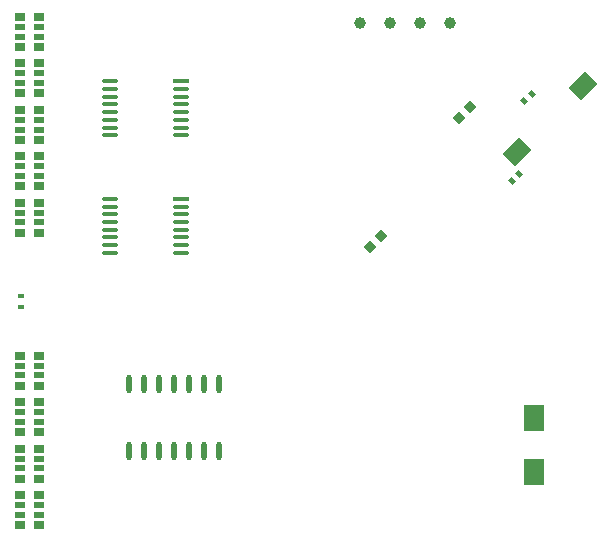
<source format=gbp>
G04*
G04 #@! TF.GenerationSoftware,Altium Limited,Altium Designer,18.1.9 (240)*
G04*
G04 Layer_Color=128*
%FSLAX25Y25*%
%MOIN*%
G70*
G01*
G75*
%ADD21R,0.01968X0.01575*%
%ADD26O,0.01772X0.06299*%
%ADD28O,0.05512X0.01181*%
%ADD29R,0.05512X0.01181*%
G04:AMPARAMS|DCode=32|XSize=15.75mil|YSize=19.68mil|CornerRadius=0mil|HoleSize=0mil|Usage=FLASHONLY|Rotation=225.000|XOffset=0mil|YOffset=0mil|HoleType=Round|Shape=Rectangle|*
%AMROTATEDRECTD32*
4,1,4,-0.00139,0.01253,0.01253,-0.00139,0.00139,-0.01253,-0.01253,0.00139,-0.00139,0.01253,0.0*
%
%ADD32ROTATEDRECTD32*%

%ADD80C,0.03937*%
G04:AMPARAMS|DCode=81|XSize=78.74mil|YSize=59.06mil|CornerRadius=0mil|HoleSize=0mil|Usage=FLASHONLY|Rotation=45.000|XOffset=0mil|YOffset=0mil|HoleType=Round|Shape=Rectangle|*
%AMROTATEDRECTD81*
4,1,4,-0.00696,-0.04872,-0.04872,-0.00696,0.00696,0.04872,0.04872,0.00696,-0.00696,-0.04872,0.0*
%
%ADD81ROTATEDRECTD81*%

%ADD82R,0.06890X0.08661*%
%ADD83P,0.04243X4X90.0*%
%ADD84R,0.03543X0.02559*%
%ADD85R,0.03543X0.01968*%
D21*
X-13000Y77271D02*
D03*
X-13000Y73728D02*
D03*
D26*
X48000Y25800D02*
D03*
X43000D02*
D03*
X38000D02*
D03*
X33000D02*
D03*
X28000D02*
D03*
X23000D02*
D03*
X53000D02*
D03*
X53000Y48000D02*
D03*
X48000D02*
D03*
X43000D02*
D03*
X38000D02*
D03*
X33000D02*
D03*
X28000D02*
D03*
X23000D02*
D03*
D28*
X16747Y148898D02*
D03*
Y146339D02*
D03*
Y143780D02*
D03*
Y141221D02*
D03*
Y138662D02*
D03*
Y136103D02*
D03*
Y133544D02*
D03*
Y130985D02*
D03*
X40369D02*
D03*
Y133544D02*
D03*
Y136103D02*
D03*
Y138662D02*
D03*
Y141221D02*
D03*
Y143780D02*
D03*
Y146339D02*
D03*
X16747Y109696D02*
D03*
Y107137D02*
D03*
Y104578D02*
D03*
Y102019D02*
D03*
Y99460D02*
D03*
Y96900D02*
D03*
Y94341D02*
D03*
Y91782D02*
D03*
X40369D02*
D03*
Y94341D02*
D03*
Y96900D02*
D03*
Y99460D02*
D03*
Y102019D02*
D03*
Y104578D02*
D03*
Y107137D02*
D03*
D29*
Y148898D02*
D03*
Y109696D02*
D03*
D32*
X150748Y115747D02*
D03*
X153114Y118114D02*
D03*
X154748Y142247D02*
D03*
X157253Y144753D02*
D03*
D80*
X130182Y168500D02*
D03*
D03*
X120182D02*
D03*
X110182D02*
D03*
X100182D02*
D03*
D81*
X152321Y125314D02*
D03*
X174460Y147342D02*
D03*
D82*
X158000Y18567D02*
D03*
Y36677D02*
D03*
D83*
X136809Y140471D02*
D03*
X133190Y136852D02*
D03*
X103424Y93709D02*
D03*
X107043Y97328D02*
D03*
D84*
X-6850Y160386D02*
D03*
Y170465D02*
D03*
X-13150D02*
D03*
Y160386D02*
D03*
X-6850Y144961D02*
D03*
Y155039D02*
D03*
X-13150D02*
D03*
Y144961D02*
D03*
X-7000Y129386D02*
D03*
Y139465D02*
D03*
X-13299D02*
D03*
Y129386D02*
D03*
X-6850Y113961D02*
D03*
Y124039D02*
D03*
X-13150D02*
D03*
Y113961D02*
D03*
X-6850Y98461D02*
D03*
Y108539D02*
D03*
X-13150D02*
D03*
Y98461D02*
D03*
X-6850Y47461D02*
D03*
Y57539D02*
D03*
X-13150D02*
D03*
Y47461D02*
D03*
X-6850Y31961D02*
D03*
Y42039D02*
D03*
X-13150D02*
D03*
Y31961D02*
D03*
X-6850Y16461D02*
D03*
Y26539D02*
D03*
X-13150D02*
D03*
Y16461D02*
D03*
X-6850Y961D02*
D03*
Y11039D02*
D03*
X-13150D02*
D03*
Y961D02*
D03*
D85*
X-6850Y163850D02*
D03*
Y167000D02*
D03*
X-13150D02*
D03*
Y163850D02*
D03*
X-6850Y148425D02*
D03*
Y151575D02*
D03*
X-13150D02*
D03*
Y148425D02*
D03*
X-7000Y132850D02*
D03*
Y136000D02*
D03*
X-13299D02*
D03*
Y132850D02*
D03*
X-6850Y117425D02*
D03*
Y120575D02*
D03*
X-13150D02*
D03*
Y117425D02*
D03*
X-6850Y101925D02*
D03*
Y105075D02*
D03*
X-13150D02*
D03*
Y101925D02*
D03*
X-6850Y50925D02*
D03*
Y54075D02*
D03*
X-13150D02*
D03*
Y50925D02*
D03*
X-6850Y35425D02*
D03*
Y38575D02*
D03*
X-13150D02*
D03*
Y35425D02*
D03*
X-6850Y19925D02*
D03*
Y23075D02*
D03*
X-13150D02*
D03*
Y19925D02*
D03*
X-6850Y4425D02*
D03*
Y7575D02*
D03*
X-13150D02*
D03*
Y4425D02*
D03*
M02*

</source>
